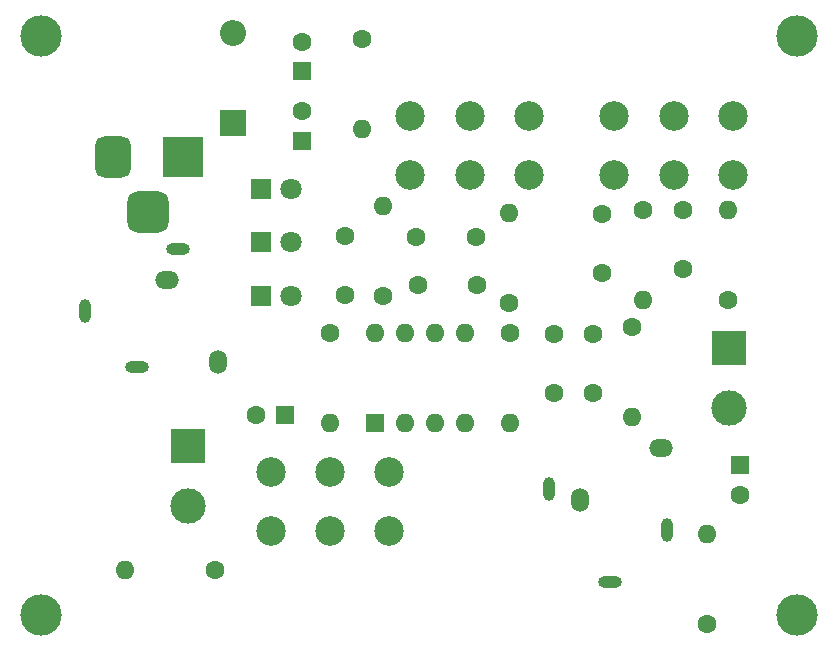
<source format=gbr>
%TF.GenerationSoftware,KiCad,Pcbnew,(6.0.2)*%
%TF.CreationDate,2022-03-01T10:48:04-06:00*%
%TF.ProjectId,PhonoJFET,50686f6e-6f4a-4464-9554-2e6b69636164,rev?*%
%TF.SameCoordinates,Original*%
%TF.FileFunction,Soldermask,Bot*%
%TF.FilePolarity,Negative*%
%FSLAX46Y46*%
G04 Gerber Fmt 4.6, Leading zero omitted, Abs format (unit mm)*
G04 Created by KiCad (PCBNEW (6.0.2)) date 2022-03-01 10:48:04*
%MOMM*%
%LPD*%
G01*
G04 APERTURE LIST*
G04 Aperture macros list*
%AMRoundRect*
0 Rectangle with rounded corners*
0 $1 Rounding radius*
0 $2 $3 $4 $5 $6 $7 $8 $9 X,Y pos of 4 corners*
0 Add a 4 corners polygon primitive as box body*
4,1,4,$2,$3,$4,$5,$6,$7,$8,$9,$2,$3,0*
0 Add four circle primitives for the rounded corners*
1,1,$1+$1,$2,$3*
1,1,$1+$1,$4,$5*
1,1,$1+$1,$6,$7*
1,1,$1+$1,$8,$9*
0 Add four rect primitives between the rounded corners*
20,1,$1+$1,$2,$3,$4,$5,0*
20,1,$1+$1,$4,$5,$6,$7,0*
20,1,$1+$1,$6,$7,$8,$9,0*
20,1,$1+$1,$8,$9,$2,$3,0*%
G04 Aperture macros list end*
%ADD10R,3.000000X3.000000*%
%ADD11C,3.000000*%
%ADD12O,1.600000X1.600000*%
%ADD13C,1.600000*%
%ADD14R,1.600000X1.600000*%
%ADD15C,3.500000*%
%ADD16R,1.800000X1.800000*%
%ADD17C,1.800000*%
%ADD18C,2.500000*%
%ADD19O,2.000000X1.000000*%
%ADD20O,1.000000X2.000000*%
%ADD21O,1.500000X2.000000*%
%ADD22O,2.000000X1.500000*%
%ADD23R,3.500000X3.500000*%
%ADD24RoundRect,0.750000X-0.750000X-1.000000X0.750000X-1.000000X0.750000X1.000000X-0.750000X1.000000X0*%
%ADD25RoundRect,0.875000X-0.875000X-0.875000X0.875000X-0.875000X0.875000X0.875000X-0.875000X0.875000X0*%
%ADD26R,2.200000X2.200000*%
%ADD27O,2.200000X2.200000*%
G04 APERTURE END LIST*
D10*
%TO.C,J4*%
X137287000Y-138430000D03*
D11*
X137287000Y-143510000D03*
%TD*%
D12*
%TO.C,R10*%
X135382000Y-154178000D03*
D13*
X135382000Y-161798000D03*
%TD*%
%TO.C,R9*%
X93726000Y-157226000D03*
D12*
X86106000Y-157226000D03*
%TD*%
D14*
%TO.C,C1*%
X99695000Y-144119600D03*
D13*
X97195000Y-144119600D03*
%TD*%
D15*
%TO.C,J9*%
X79000000Y-161000000D03*
%TD*%
D16*
%TO.C,D2*%
X97683400Y-134010400D03*
D17*
X100223400Y-134010400D03*
%TD*%
D14*
%TO.C,C3*%
X101092000Y-120864000D03*
D13*
X101092000Y-118364000D03*
%TD*%
D18*
%TO.C,RV3*%
X110316000Y-118776500D03*
X115316000Y-118776500D03*
X120316000Y-118776500D03*
X110316000Y-123776500D03*
X115316000Y-123776500D03*
X120316000Y-123776500D03*
%TD*%
D13*
%TO.C,C4*%
X122428000Y-137200000D03*
X122428000Y-142200000D03*
%TD*%
D16*
%TO.C,D3*%
X97688400Y-129438400D03*
D17*
X100228400Y-129438400D03*
%TD*%
D13*
%TO.C,R7*%
X118618000Y-134620000D03*
D12*
X118618000Y-127000000D03*
%TD*%
D13*
%TO.C,R6*%
X130000000Y-126746000D03*
D12*
X130000000Y-134366000D03*
%TD*%
D13*
%TO.C,C7*%
X104775000Y-133945000D03*
X104775000Y-128945000D03*
%TD*%
D14*
%TO.C,C2*%
X101092000Y-114997112D03*
D13*
X101092000Y-112497112D03*
%TD*%
D19*
%TO.C,J2*%
X87160000Y-140055000D03*
X90660000Y-130055000D03*
D20*
X82760000Y-135255000D03*
D21*
X94060000Y-139555000D03*
D22*
X89660000Y-132655000D03*
%TD*%
D16*
%TO.C,D4*%
X97688400Y-124917200D03*
D17*
X100228400Y-124917200D03*
%TD*%
D13*
%TO.C,R5*%
X129050000Y-136650000D03*
D12*
X129050000Y-144270000D03*
%TD*%
D20*
%TO.C,J5*%
X132040000Y-153810000D03*
X122040000Y-150310000D03*
D19*
X127240000Y-158210000D03*
D22*
X131540000Y-146910000D03*
D21*
X124640000Y-151310000D03*
%TD*%
D13*
%TO.C,R3*%
X106222800Y-112268000D03*
D12*
X106222800Y-119888000D03*
%TD*%
D14*
%TO.C,U1*%
X107325000Y-144770000D03*
D12*
X109865000Y-144770000D03*
X112405000Y-144770000D03*
X114945000Y-144770000D03*
X114945000Y-137150000D03*
X112405000Y-137150000D03*
X109865000Y-137150000D03*
X107325000Y-137150000D03*
%TD*%
D18*
%TO.C,RV1*%
X108505000Y-153892500D03*
X103505000Y-153892500D03*
X98505000Y-153892500D03*
X108505000Y-148892500D03*
X103505000Y-148892500D03*
X98505000Y-148892500D03*
%TD*%
D13*
%TO.C,R1*%
X103505000Y-137160000D03*
D12*
X103505000Y-144780000D03*
%TD*%
D13*
%TO.C,C8*%
X115824000Y-129032000D03*
X110824000Y-129032000D03*
%TD*%
%TO.C,C9*%
X125730000Y-142200000D03*
X125730000Y-137200000D03*
%TD*%
D18*
%TO.C,RV2*%
X127588000Y-118776500D03*
X132588000Y-118776500D03*
X137588000Y-118776500D03*
X127588000Y-123776500D03*
X132588000Y-123776500D03*
X137588000Y-123776500D03*
%TD*%
D13*
%TO.C,R8*%
X107950000Y-133985000D03*
D12*
X107950000Y-126365000D03*
%TD*%
D13*
%TO.C,C10*%
X110911000Y-133096000D03*
X115911000Y-133096000D03*
%TD*%
D14*
%TO.C,C11*%
X138176000Y-148336000D03*
D13*
X138176000Y-150836000D03*
%TD*%
D15*
%TO.C,J8*%
X79000000Y-112000000D03*
%TD*%
%TO.C,J7*%
X143000000Y-161000000D03*
%TD*%
D23*
%TO.C,J3*%
X91090000Y-122232500D03*
D24*
X85090000Y-122232500D03*
D25*
X88090000Y-126932500D03*
%TD*%
D13*
%TO.C,R4*%
X137160000Y-134366000D03*
D12*
X137160000Y-126746000D03*
%TD*%
D26*
%TO.C,D1*%
X95250000Y-119380000D03*
D27*
X95250000Y-111760000D03*
%TD*%
D13*
%TO.C,C5*%
X133350000Y-131746000D03*
X133350000Y-126746000D03*
%TD*%
%TO.C,R2*%
X118745000Y-137160000D03*
D12*
X118745000Y-144780000D03*
%TD*%
D10*
%TO.C,J1*%
X91440000Y-146685000D03*
D11*
X91440000Y-151765000D03*
%TD*%
D15*
%TO.C,J6*%
X143000000Y-112000000D03*
%TD*%
D13*
%TO.C,C6*%
X126492000Y-127040000D03*
X126492000Y-132040000D03*
%TD*%
M02*

</source>
